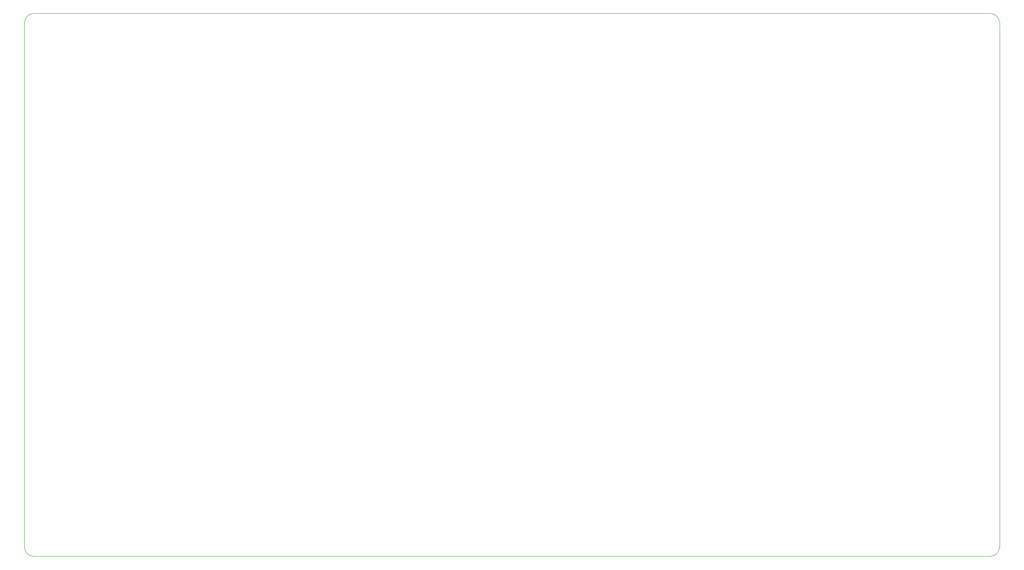
<source format=gbr>
%TF.GenerationSoftware,KiCad,Pcbnew,(5.1.10)-1*%
%TF.CreationDate,2021-10-27T21:26:06+02:00*%
%TF.ProjectId,General Purpose RF,47656e65-7261-46c2-9050-7572706f7365,rev1.0*%
%TF.SameCoordinates,Original*%
%TF.FileFunction,Profile,NP*%
%FSLAX46Y46*%
G04 Gerber Fmt 4.6, Leading zero omitted, Abs format (unit mm)*
G04 Created by KiCad (PCBNEW (5.1.10)-1) date 2021-10-27 21:26:06*
%MOMM*%
%LPD*%
G01*
G04 APERTURE LIST*
%TA.AperFunction,Profile*%
%ADD10C,0.050000*%
%TD*%
G04 APERTURE END LIST*
D10*
X52000000Y-140000000D02*
X258000000Y-140000000D01*
X50000000Y-25000000D02*
X50000000Y-138000000D01*
X258000000Y-23000000D02*
X52000000Y-23000000D01*
X260000000Y-138000000D02*
X260000000Y-25000000D01*
X260000000Y-138000000D02*
G75*
G02*
X258000000Y-140000000I-2000000J0D01*
G01*
X52000000Y-140000000D02*
G75*
G02*
X50000000Y-138000000I0J2000000D01*
G01*
X50000000Y-25000000D02*
G75*
G02*
X52000000Y-23000000I2000000J0D01*
G01*
X258000000Y-23000000D02*
G75*
G02*
X260000000Y-25000000I0J-2000000D01*
G01*
M02*

</source>
